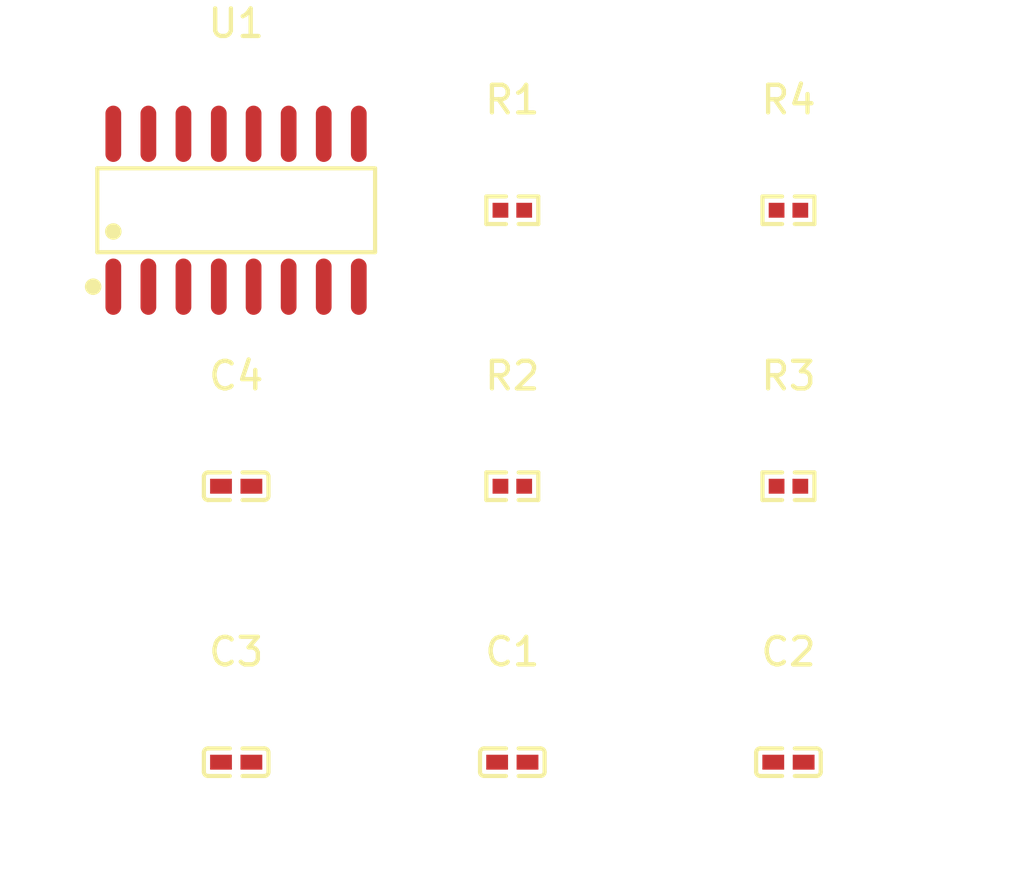
<source format=kicad_pcb>
(kicad_pcb (version 20241229) (generator "atopile") (generator_version "0.3.24")
  (layers (0 "F.Cu" signal) (31 "B.Cu" signal) (34 "B.Paste" user) (35 "F.Paste" user) (36 "B.SilkS" user "B.Silkscreen") (37 "F.SilkS" user "F.Silkscreen") (38 "B.Mask" user) (39 "F.Mask" user) (44 "Edge.Cuts" user))
  (net 0 "")
  (net 1 "VIN2N")
  (net 2 "line-1")
  (net 3 "gnd")
  (net 4 "XOUT")
  (net 5 "line")
  (net 6 "DVDD")
  (net 7 "line-2")
  (net 8 "REFP")
  (net 9 "SCL")
  (net 10 "VIN1P")
  (net 11 "SDA")
  (net 12 "AVDD_LDO")
  (net 13 "DRDY")
  (net 14 "VIN1N")
  (net 15 "VIN2P")
  (net 16 "XIN")
  (net 17 "VBG")
  (net 18 "line-3")
  (footprint "atopile:C0402-b3ef17" (layer "F.Cu") (at 0 0 0)
    (property "Reference" "C3" (at 0 -4 0) (layer "F.SilkS") (hide no))
    (property "Value" "100nF ±10% 16V X7R")
    (fp_line (start 1.02 -0.5) (end 0.23 -0.5) (stroke (width 0.15)) (layer "F.SilkS"))
    (fp_line (start 0.23 0.5) (end 1.02 0.5) (stroke (width 0.15)) (layer "F.SilkS"))
    (fp_line (start 1.17 0.35) (end 1.17 -0.35) (stroke (width 0.15)) (layer "F.SilkS"))
    (fp_line (start -1.02 -0.5) (end -0.23 -0.5) (stroke (width 0.15)) (layer "F.SilkS"))
    (fp_line (start -0.23 0.5) (end -1.02 0.5) (stroke (width 0.15)) (layer "F.SilkS"))
    (fp_line (start -1.17 0.35) (end -1.17 -0.35) (stroke (width 0.15)) (layer "F.SilkS"))
    (fp_arc (start 1.17 0.35) (mid 1.1260660171779822 0.456066017177982) (end 1.02 0.4999999999999999) (stroke (width 0.15)) (layer "F.SilkS"))
    (fp_arc (start 1.02 -0.5) (mid 1.1260660171779822 -0.4560660171779821) (end 1.17 -0.35) (stroke (width 0.15)) (layer "F.SilkS"))
    (fp_arc (start -1.17 0.35) (mid -1.1260660171779822 0.456066017177982) (end -1.02 0.4999999999999999) (stroke (width 0.15)) (layer "F.SilkS"))
    (fp_arc (start -1.02 -0.5) (mid -1.1260660171779822 -0.4560660171779821) (end -1.17 -0.35) (stroke (width 0.15)) (layer "F.SilkS"))
    (fp_text user "${REFERENCE}" (at 0 -4 0) (layer "F.SilkS"))
    (pad "2" smd rect (at 0.55 0 0) (size 0.79 0.54) (layers "F.Cu" "F.Paste" "F.Mask") (net 3 "gnd"))
    (pad "1" smd rect (at -0.55 0 0) (size 0.79 0.54) (layers "F.Cu" "F.Paste" "F.Mask") (net 8 "REFP"))
  )
  (footprint "atopile:C0402-b3ef17" (layer "F.Cu") (at 0 -10 0)
    (property "Reference" "C4" (at 0 -4 0) (layer "F.SilkS") (hide no))
    (property "Value" "100nF ±10% 16V X7R")
    (fp_line (start 1.02 -0.5) (end 0.23 -0.5) (stroke (width 0.15)) (layer "F.SilkS"))
    (fp_line (start 0.23 0.5) (end 1.02 0.5) (stroke (width 0.15)) (layer "F.SilkS"))
    (fp_line (start 1.17 0.35) (end 1.17 -0.35) (stroke (width 0.15)) (layer "F.SilkS"))
    (fp_line (start -1.02 -0.5) (end -0.23 -0.5) (stroke (width 0.15)) (layer "F.SilkS"))
    (fp_line (start -0.23 0.5) (end -1.02 0.5) (stroke (width 0.15)) (layer "F.SilkS"))
    (fp_line (start -1.17 0.35) (end -1.17 -0.35) (stroke (width 0.15)) (layer "F.SilkS"))
    (fp_arc (start 1.17 0.35) (mid 1.1260660171779822 0.456066017177982) (end 1.02 0.4999999999999999) (stroke (width 0.15)) (layer "F.SilkS"))
    (fp_arc (start 1.02 -0.5) (mid 1.1260660171779822 -0.4560660171779821) (end 1.17 -0.35) (stroke (width 0.15)) (layer "F.SilkS"))
    (fp_arc (start -1.17 0.35) (mid -1.1260660171779822 0.456066017177982) (end -1.02 0.4999999999999999) (stroke (width 0.15)) (layer "F.SilkS"))
    (fp_arc (start -1.02 -0.5) (mid -1.1260660171779822 -0.4560660171779821) (end -1.17 -0.35) (stroke (width 0.15)) (layer "F.SilkS"))
    (fp_text user "${REFERENCE}" (at 0 -4 0) (layer "F.SilkS"))
    (pad "2" smd rect (at 0.55 0 0) (size 0.79 0.54) (layers "F.Cu" "F.Paste" "F.Mask") (net 3 "gnd"))
    (pad "1" smd rect (at -0.55 0 0) (size 0.79 0.54) (layers "F.Cu" "F.Paste" "F.Mask") (net 17 "VBG"))
  )
  (footprint "lib:SOP-16_L9.9-W3.9-P1.27-LS6.0-BL" (layer "F.Cu") (at 0 -20 0)
    (property "Reference" "U1" (at 0 -6.77 0) (layer "F.SilkS") (hide no))
    (property "Value" "")
    (fp_line (start -5.03 1.52) (end -5.03 -1.52) (stroke (width 0.15)) (layer "F.SilkS"))
    (fp_line (start -5.03 -1.52) (end 5.03 -1.52) (stroke (width 0.15)) (layer "F.SilkS"))
    (fp_line (start 5.03 -1.52) (end 5.03 1.52) (stroke (width 0.15)) (layer "F.SilkS"))
    (fp_line (start 5.03 1.52) (end -5.03 1.52) (stroke (width 0.15)) (layer "F.SilkS"))
    (fp_circle (center -4.45 0.77) (end -4.3 0.77) (stroke (width 0.3)) (fill no) (layer "F.SilkS"))
    (fp_circle (center -5.18 2.77) (end -5.03 2.77) (stroke (width 0.3)) (fill no) (layer "F.SilkS"))
    (fp_text user "${REFERENCE}" (at 0 -6.77 0) (layer "F.SilkS"))
    (pad "1" smd oval (at -4.45 2.77 0) (size 0.57 2.04) (layers "F.Cu" "F.Paste" "F.Mask") (net 8 "REFP"))
    (pad "2" smd oval (at -3.18 2.77 0) (size 0.57 2.04) (layers "F.Cu" "F.Paste" "F.Mask") (net 14 "VIN1N"))
    (pad "3" smd oval (at -1.91 2.77 0) (size 0.57 2.04) (layers "F.Cu" "F.Paste" "F.Mask") (net 10 "VIN1P"))
    (pad "4" smd oval (at -0.63 2.77 0) (size 0.57 2.04) (layers "F.Cu" "F.Paste" "F.Mask") (net 1 "VIN2N"))
    (pad "5" smd oval (at 0.63 2.77 0) (size 0.57 2.04) (layers "F.Cu" "F.Paste" "F.Mask") (net 15 "VIN2P"))
    (pad "6" smd oval (at 1.9 2.77 0) (size 0.57 2.04) (layers "F.Cu" "F.Paste" "F.Mask") (net 17 "VBG"))
    (pad "7" smd oval (at 3.17 2.77 0) (size 0.57 2.04) (layers "F.Cu" "F.Paste" "F.Mask") (net 3 "gnd"))
    (pad "8" smd oval (at 4.44 2.77 0) (size 0.57 2.04) (layers "F.Cu" "F.Paste" "F.Mask") (net 3 "gnd"))
    (pad "16" smd oval (at -4.45 -2.77 0) (size 0.57 2.04) (layers "F.Cu" "F.Paste" "F.Mask") (net 12 "AVDD_LDO"))
    (pad "15" smd oval (at -3.18 -2.77 0) (size 0.57 2.04) (layers "F.Cu" "F.Paste" "F.Mask") (net 6 "DVDD"))
    (pad "14" smd oval (at -1.91 -2.77 0) (size 0.57 2.04) (layers "F.Cu" "F.Paste" "F.Mask") (net 11 "SDA"))
    (pad "13" smd oval (at -0.63 -2.77 0) (size 0.57 2.04) (layers "F.Cu" "F.Paste" "F.Mask") (net 9 "SCL"))
    (pad "12" smd oval (at 0.63 -2.77 0) (size 0.57 2.04) (layers "F.Cu" "F.Paste" "F.Mask") (net 13 "DRDY"))
    (pad "11" smd oval (at 1.9 -2.77 0) (size 0.57 2.04) (layers "F.Cu" "F.Paste" "F.Mask") (net 4 "XOUT"))
    (pad "10" smd oval (at 3.17 -2.77 0) (size 0.57 2.04) (layers "F.Cu" "F.Paste" "F.Mask") (net 16 "XIN"))
    (pad "9" smd oval (at 4.44 -2.77 0) (size 0.57 2.04) (layers "F.Cu" "F.Paste" "F.Mask") (net 3 "gnd"))
  )
  (footprint "atopile:C0402-b3ef17" (layer "F.Cu") (at 10 0 0)
    (property "Reference" "C1" (at 0 -4 0) (layer "F.SilkS") (hide no))
    (property "Value" "100nF ±10% 16V X7R")
    (fp_line (start 1.02 -0.5) (end 0.23 -0.5) (stroke (width 0.15)) (layer "F.SilkS"))
    (fp_line (start 0.23 0.5) (end 1.02 0.5) (stroke (width 0.15)) (layer "F.SilkS"))
    (fp_line (start 1.17 0.35) (end 1.17 -0.35) (stroke (width 0.15)) (layer "F.SilkS"))
    (fp_line (start -1.02 -0.5) (end -0.23 -0.5) (stroke (width 0.15)) (layer "F.SilkS"))
    (fp_line (start -0.23 0.5) (end -1.02 0.5) (stroke (width 0.15)) (layer "F.SilkS"))
    (fp_line (start -1.17 0.35) (end -1.17 -0.35) (stroke (width 0.15)) (layer "F.SilkS"))
    (fp_arc (start 1.17 0.35) (mid 1.1260660171779822 0.456066017177982) (end 1.02 0.4999999999999999) (stroke (width 0.15)) (layer "F.SilkS"))
    (fp_arc (start 1.02 -0.5) (mid 1.1260660171779822 -0.4560660171779821) (end 1.17 -0.35) (stroke (width 0.15)) (layer "F.SilkS"))
    (fp_arc (start -1.17 0.35) (mid -1.1260660171779822 0.456066017177982) (end -1.02 0.4999999999999999) (stroke (width 0.15)) (layer "F.SilkS"))
    (fp_arc (start -1.02 -0.5) (mid -1.1260660171779822 -0.4560660171779821) (end -1.17 -0.35) (stroke (width 0.15)) (layer "F.SilkS"))
    (fp_text user "${REFERENCE}" (at 0 -4 0) (layer "F.SilkS"))
    (pad "2" smd rect (at 0.55 0 0) (size 0.79 0.54) (layers "F.Cu" "F.Paste" "F.Mask") (net 10 "VIN1P"))
    (pad "1" smd rect (at -0.55 0 0) (size 0.79 0.54) (layers "F.Cu" "F.Paste" "F.Mask") (net 14 "VIN1N"))
  )
  (footprint "atopile:R0402-56259e" (layer "F.Cu") (at 10 -10 0)
    (property "Reference" "R2" (at 0 -4 0) (layer "F.SilkS") (hide no))
    (property "Value" "49.9Ω ±1% 62.5mW")
    (fp_line (start -0.23 0.5) (end -0.94 0.5) (stroke (width 0.15)) (layer "F.SilkS"))
    (fp_line (start -0.94 0.5) (end -0.94 -0.5) (stroke (width 0.15)) (layer "F.SilkS"))
    (fp_line (start -0.94 -0.5) (end -0.23 -0.5) (stroke (width 0.15)) (layer "F.SilkS"))
    (fp_line (start 0.23 0.5) (end 0.94 0.5) (stroke (width 0.15)) (layer "F.SilkS"))
    (fp_line (start 0.94 0.5) (end 0.94 -0.5) (stroke (width 0.15)) (layer "F.SilkS"))
    (fp_line (start 0.94 -0.5) (end 0.23 -0.5) (stroke (width 0.15)) (layer "F.SilkS"))
    (fp_text user "${REFERENCE}" (at 0 -4 0) (layer "F.SilkS"))
    (pad "2" smd rect (at 0.43 0 0) (size 0.57 0.54) (layers "F.Cu" "F.Paste" "F.Mask") (net 10 "VIN1P"))
    (pad "1" smd rect (at -0.43 0 0) (size 0.57 0.54) (layers "F.Cu" "F.Paste" "F.Mask") (net 18 "line-3"))
  )
  (footprint "atopile:R0402-56259e" (layer "F.Cu") (at 10 -20 0)
    (property "Reference" "R1" (at 0 -4 0) (layer "F.SilkS") (hide no))
    (property "Value" "49.9Ω ±1% 62.5mW")
    (fp_line (start -0.23 0.5) (end -0.94 0.5) (stroke (width 0.15)) (layer "F.SilkS"))
    (fp_line (start -0.94 0.5) (end -0.94 -0.5) (stroke (width 0.15)) (layer "F.SilkS"))
    (fp_line (start -0.94 -0.5) (end -0.23 -0.5) (stroke (width 0.15)) (layer "F.SilkS"))
    (fp_line (start 0.23 0.5) (end 0.94 0.5) (stroke (width 0.15)) (layer "F.SilkS"))
    (fp_line (start 0.94 0.5) (end 0.94 -0.5) (stroke (width 0.15)) (layer "F.SilkS"))
    (fp_line (start 0.94 -0.5) (end 0.23 -0.5) (stroke (width 0.15)) (layer "F.SilkS"))
    (fp_text user "${REFERENCE}" (at 0 -4 0) (layer "F.SilkS"))
    (pad "2" smd rect (at 0.43 0 0) (size 0.57 0.54) (layers "F.Cu" "F.Paste" "F.Mask") (net 14 "VIN1N"))
    (pad "1" smd rect (at -0.43 0 0) (size 0.57 0.54) (layers "F.Cu" "F.Paste" "F.Mask") (net 2 "line-1"))
  )
  (footprint "atopile:C0402-b3ef17" (layer "F.Cu") (at 20 0 0)
    (property "Reference" "C2" (at 0 -4 0) (layer "F.SilkS") (hide no))
    (property "Value" "100nF ±10% 16V X7R")
    (fp_line (start 1.02 -0.5) (end 0.23 -0.5) (stroke (width 0.15)) (layer "F.SilkS"))
    (fp_line (start 0.23 0.5) (end 1.02 0.5) (stroke (width 0.15)) (layer "F.SilkS"))
    (fp_line (start 1.17 0.35) (end 1.17 -0.35) (stroke (width 0.15)) (layer "F.SilkS"))
    (fp_line (start -1.02 -0.5) (end -0.23 -0.5) (stroke (width 0.15)) (layer "F.SilkS"))
    (fp_line (start -0.23 0.5) (end -1.02 0.5) (stroke (width 0.15)) (layer "F.SilkS"))
    (fp_line (start -1.17 0.35) (end -1.17 -0.35) (stroke (width 0.15)) (layer "F.SilkS"))
    (fp_arc (start 1.17 0.35) (mid 1.1260660171779822 0.456066017177982) (end 1.02 0.4999999999999999) (stroke (width 0.15)) (layer "F.SilkS"))
    (fp_arc (start 1.02 -0.5) (mid 1.1260660171779822 -0.4560660171779821) (end 1.17 -0.35) (stroke (width 0.15)) (layer "F.SilkS"))
    (fp_arc (start -1.17 0.35) (mid -1.1260660171779822 0.456066017177982) (end -1.02 0.4999999999999999) (stroke (width 0.15)) (layer "F.SilkS"))
    (fp_arc (start -1.02 -0.5) (mid -1.1260660171779822 -0.4560660171779821) (end -1.17 -0.35) (stroke (width 0.15)) (layer "F.SilkS"))
    (fp_text user "${REFERENCE}" (at 0 -4 0) (layer "F.SilkS"))
    (pad "2" smd rect (at 0.55 0 0) (size 0.79 0.54) (layers "F.Cu" "F.Paste" "F.Mask") (net 15 "VIN2P"))
    (pad "1" smd rect (at -0.55 0 0) (size 0.79 0.54) (layers "F.Cu" "F.Paste" "F.Mask") (net 1 "VIN2N"))
  )
  (footprint "atopile:R0402-56259e" (layer "F.Cu") (at 20 -10 0)
    (property "Reference" "R3" (at 0 -4 0) (layer "F.SilkS") (hide no))
    (property "Value" "49.9Ω ±1% 62.5mW")
    (fp_line (start -0.23 0.5) (end -0.94 0.5) (stroke (width 0.15)) (layer "F.SilkS"))
    (fp_line (start -0.94 0.5) (end -0.94 -0.5) (stroke (width 0.15)) (layer "F.SilkS"))
    (fp_line (start -0.94 -0.5) (end -0.23 -0.5) (stroke (width 0.15)) (layer "F.SilkS"))
    (fp_line (start 0.23 0.5) (end 0.94 0.5) (stroke (width 0.15)) (layer "F.SilkS"))
    (fp_line (start 0.94 0.5) (end 0.94 -0.5) (stroke (width 0.15)) (layer "F.SilkS"))
    (fp_line (start 0.94 -0.5) (end 0.23 -0.5) (stroke (width 0.15)) (layer "F.SilkS"))
    (fp_text user "${REFERENCE}" (at 0 -4 0) (layer "F.SilkS"))
    (pad "2" smd rect (at 0.43 0 0) (size 0.57 0.54) (layers "F.Cu" "F.Paste" "F.Mask") (net 1 "VIN2N"))
    (pad "1" smd rect (at -0.43 0 0) (size 0.57 0.54) (layers "F.Cu" "F.Paste" "F.Mask") (net 5 "line"))
  )
  (footprint "atopile:R0402-56259e" (layer "F.Cu") (at 20 -20 0)
    (property "Reference" "R4" (at 0 -4 0) (layer "F.SilkS") (hide no))
    (property "Value" "49.9Ω ±1% 62.5mW")
    (fp_line (start -0.23 0.5) (end -0.94 0.5) (stroke (width 0.15)) (layer "F.SilkS"))
    (fp_line (start -0.94 0.5) (end -0.94 -0.5) (stroke (width 0.15)) (layer "F.SilkS"))
    (fp_line (start -0.94 -0.5) (end -0.23 -0.5) (stroke (width 0.15)) (layer "F.SilkS"))
    (fp_line (start 0.23 0.5) (end 0.94 0.5) (stroke (width 0.15)) (layer "F.SilkS"))
    (fp_line (start 0.94 0.5) (end 0.94 -0.5) (stroke (width 0.15)) (layer "F.SilkS"))
    (fp_line (start 0.94 -0.5) (end 0.23 -0.5) (stroke (width 0.15)) (layer "F.SilkS"))
    (fp_text user "${REFERENCE}" (at 0 -4 0) (layer "F.SilkS"))
    (pad "2" smd rect (at 0.43 0 0) (size 0.57 0.54) (layers "F.Cu" "F.Paste" "F.Mask") (net 15 "VIN2P"))
    (pad "1" smd rect (at -0.43 0 0) (size 0.57 0.54) (layers "F.Cu" "F.Paste" "F.Mask") (net 7 "line-2"))
  )
)
</source>
